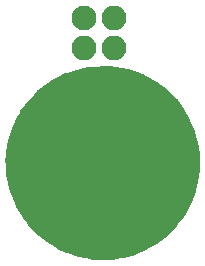
<source format=gbs>
G04 #@! TF.FileFunction,Soldermask,Bot*
%FSLAX46Y46*%
G04 Gerber Fmt 4.6, Leading zero omitted, Abs format (unit mm)*
G04 Created by KiCad (PCBNEW 4.0.7) date Thursday, July 26, 2018 'PMt' 01:10:45 PM*
%MOMM*%
%LPD*%
G01*
G04 APERTURE LIST*
%ADD10C,0.100000*%
%ADD11C,2.100000*%
%ADD12O,2.100000X2.100000*%
%ADD13R,3.400000X3.400000*%
%ADD14C,0.254000*%
G04 APERTURE END LIST*
D10*
D11*
X94361000Y-80772000D03*
D12*
X94361000Y-83312000D03*
X96901000Y-80772000D03*
X96901000Y-83312000D03*
D13*
X93157040Y-93141800D03*
X98679000Y-93218000D03*
D14*
G36*
X96544375Y-84906635D02*
X97952895Y-85150610D01*
X98037557Y-85173700D01*
X99198236Y-85587200D01*
X100276404Y-86180572D01*
X100404259Y-86265808D01*
X101329757Y-86966918D01*
X101390756Y-87019202D01*
X102077343Y-87715392D01*
X102096123Y-87737928D01*
X102639210Y-88465267D01*
X102652846Y-88485721D01*
X103074002Y-89211448D01*
X103409821Y-89981553D01*
X103448027Y-90083435D01*
X103753682Y-91112511D01*
X103786000Y-91257943D01*
X103945888Y-92181010D01*
X103974109Y-92406776D01*
X104012754Y-93027500D01*
X103974109Y-93648226D01*
X103927430Y-94021654D01*
X103824925Y-94653322D01*
X103674224Y-95274931D01*
X103638506Y-95399943D01*
X103309032Y-96246956D01*
X103224239Y-96416543D01*
X102762896Y-97239142D01*
X102598756Y-97501766D01*
X102133525Y-98158043D01*
X102108415Y-98189431D01*
X101637060Y-98716060D01*
X101110431Y-99187415D01*
X101078311Y-99213112D01*
X100426943Y-99689403D01*
X100389850Y-99714132D01*
X99606097Y-100168961D01*
X99475640Y-100234190D01*
X98520849Y-100650546D01*
X98366825Y-100708305D01*
X97636055Y-100904239D01*
X97463633Y-100932976D01*
X97062511Y-100991449D01*
X96695246Y-101037357D01*
X95821500Y-101091754D01*
X94947756Y-101037357D01*
X94888564Y-101029957D01*
X93891405Y-100843693D01*
X93849891Y-100833315D01*
X92945866Y-100528770D01*
X92777851Y-100456765D01*
X92248266Y-100211143D01*
X91866474Y-100020246D01*
X91196592Y-99591635D01*
X90532579Y-99060425D01*
X90003329Y-98586723D01*
X89979495Y-98562889D01*
X89570397Y-98091195D01*
X89550184Y-98064245D01*
X89231720Y-97614129D01*
X89134868Y-97468850D01*
X88680039Y-96685097D01*
X88614810Y-96554640D01*
X88198454Y-95599849D01*
X88140695Y-95445825D01*
X87944763Y-94715062D01*
X87943919Y-94710000D01*
X87849527Y-93976036D01*
X87773987Y-93145107D01*
X87757180Y-92774571D01*
X87780139Y-92405792D01*
X87819042Y-92094566D01*
X88005306Y-91097410D01*
X88006332Y-91093305D01*
X88315039Y-90101925D01*
X88329366Y-90063721D01*
X88758796Y-89149085D01*
X88978762Y-88764143D01*
X88985989Y-88749343D01*
X89009484Y-88692083D01*
X89017922Y-88660309D01*
X89025676Y-88600894D01*
X89031835Y-88562944D01*
X89045842Y-88536211D01*
X89378893Y-88092143D01*
X90223548Y-87168467D01*
X90461977Y-86953881D01*
X91637580Y-86084759D01*
X91797170Y-85989005D01*
X92759994Y-85524388D01*
X92883267Y-85478161D01*
X93642430Y-85227816D01*
X93693927Y-85213102D01*
X94587423Y-85011681D01*
X94882292Y-84962536D01*
X96399162Y-84895465D01*
X96544375Y-84906635D01*
X96544375Y-84906635D01*
G37*
X96544375Y-84906635D02*
X97952895Y-85150610D01*
X98037557Y-85173700D01*
X99198236Y-85587200D01*
X100276404Y-86180572D01*
X100404259Y-86265808D01*
X101329757Y-86966918D01*
X101390756Y-87019202D01*
X102077343Y-87715392D01*
X102096123Y-87737928D01*
X102639210Y-88465267D01*
X102652846Y-88485721D01*
X103074002Y-89211448D01*
X103409821Y-89981553D01*
X103448027Y-90083435D01*
X103753682Y-91112511D01*
X103786000Y-91257943D01*
X103945888Y-92181010D01*
X103974109Y-92406776D01*
X104012754Y-93027500D01*
X103974109Y-93648226D01*
X103927430Y-94021654D01*
X103824925Y-94653322D01*
X103674224Y-95274931D01*
X103638506Y-95399943D01*
X103309032Y-96246956D01*
X103224239Y-96416543D01*
X102762896Y-97239142D01*
X102598756Y-97501766D01*
X102133525Y-98158043D01*
X102108415Y-98189431D01*
X101637060Y-98716060D01*
X101110431Y-99187415D01*
X101078311Y-99213112D01*
X100426943Y-99689403D01*
X100389850Y-99714132D01*
X99606097Y-100168961D01*
X99475640Y-100234190D01*
X98520849Y-100650546D01*
X98366825Y-100708305D01*
X97636055Y-100904239D01*
X97463633Y-100932976D01*
X97062511Y-100991449D01*
X96695246Y-101037357D01*
X95821500Y-101091754D01*
X94947756Y-101037357D01*
X94888564Y-101029957D01*
X93891405Y-100843693D01*
X93849891Y-100833315D01*
X92945866Y-100528770D01*
X92777851Y-100456765D01*
X92248266Y-100211143D01*
X91866474Y-100020246D01*
X91196592Y-99591635D01*
X90532579Y-99060425D01*
X90003329Y-98586723D01*
X89979495Y-98562889D01*
X89570397Y-98091195D01*
X89550184Y-98064245D01*
X89231720Y-97614129D01*
X89134868Y-97468850D01*
X88680039Y-96685097D01*
X88614810Y-96554640D01*
X88198454Y-95599849D01*
X88140695Y-95445825D01*
X87944763Y-94715062D01*
X87943919Y-94710000D01*
X87849527Y-93976036D01*
X87773987Y-93145107D01*
X87757180Y-92774571D01*
X87780139Y-92405792D01*
X87819042Y-92094566D01*
X88005306Y-91097410D01*
X88006332Y-91093305D01*
X88315039Y-90101925D01*
X88329366Y-90063721D01*
X88758796Y-89149085D01*
X88978762Y-88764143D01*
X88985989Y-88749343D01*
X89009484Y-88692083D01*
X89017922Y-88660309D01*
X89025676Y-88600894D01*
X89031835Y-88562944D01*
X89045842Y-88536211D01*
X89378893Y-88092143D01*
X90223548Y-87168467D01*
X90461977Y-86953881D01*
X91637580Y-86084759D01*
X91797170Y-85989005D01*
X92759994Y-85524388D01*
X92883267Y-85478161D01*
X93642430Y-85227816D01*
X93693927Y-85213102D01*
X94587423Y-85011681D01*
X94882292Y-84962536D01*
X96399162Y-84895465D01*
X96544375Y-84906635D01*
M02*

</source>
